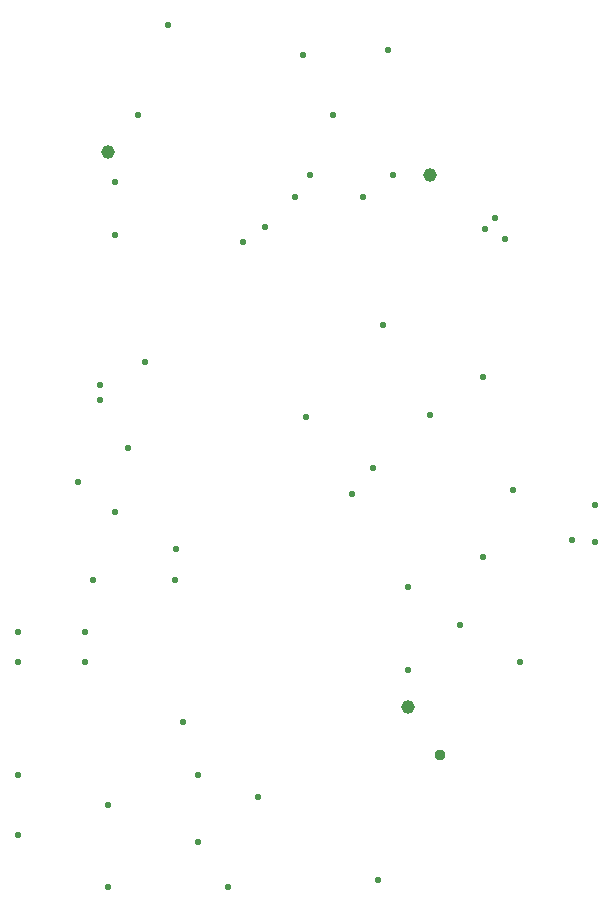
<source format=gbr>
G04 EAGLE Gerber RS-274X export*
G75*
%MOMM*%
%FSLAX34Y34*%
%LPD*%
%INVias*%
%IPPOS*%
%AMOC8*
5,1,8,0,0,1.08239X$1,22.5*%
G01*
%ADD10C,1.152400*%
%ADD11C,0.552400*%
%ADD12C,0.952400*%


D10*
X349250Y177800D03*
D11*
X158750Y165100D03*
X222250Y101600D03*
X127000Y469900D03*
X146050Y755650D03*
X260350Y730250D03*
X285750Y679450D03*
X120650Y679450D03*
X101600Y622300D03*
X101600Y577850D03*
X254000Y609600D03*
X266700Y628650D03*
X311150Y609600D03*
X336550Y628650D03*
X209550Y571500D03*
X228600Y584200D03*
X101600Y342900D03*
X82550Y285750D03*
X152400Y285750D03*
X19050Y120650D03*
X19050Y69850D03*
X171450Y63500D03*
X95250Y25400D03*
X95250Y95250D03*
X171450Y120650D03*
X196850Y25400D03*
X323850Y31750D03*
X349250Y209550D03*
X444500Y215900D03*
X349250Y279400D03*
X412750Y304800D03*
X393700Y247650D03*
X438150Y361950D03*
X368300Y425450D03*
X412750Y457200D03*
X508000Y317500D03*
X508000Y349250D03*
X69850Y368300D03*
X19050Y241300D03*
X19050Y215900D03*
X76200Y241300D03*
X76200Y215900D03*
D10*
X368300Y628650D03*
X95250Y647700D03*
D12*
X376650Y137250D03*
D11*
X153125Y311875D03*
X88900Y438150D03*
X88900Y450850D03*
X319532Y379984D03*
X423164Y591566D03*
X302260Y358394D03*
X328168Y500888D03*
X487934Y319532D03*
X431800Y574294D03*
X332486Y734060D03*
X112268Y397256D03*
X263398Y423164D03*
X414528Y582930D03*
M02*

</source>
